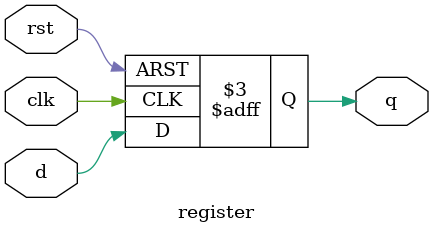
<source format=v>
module register #(
    parameter bus_width=1
) (
    input  wire [bus_width-1:0] d,
    input  wire                 clk,rst,
    output reg  [bus_width-1:0] q
);

always @(posedge clk or negedge rst) begin
    if (!rst) begin
        q<='b0;
    end
    else begin
        q<=d;
    end
end

endmodule
</source>
